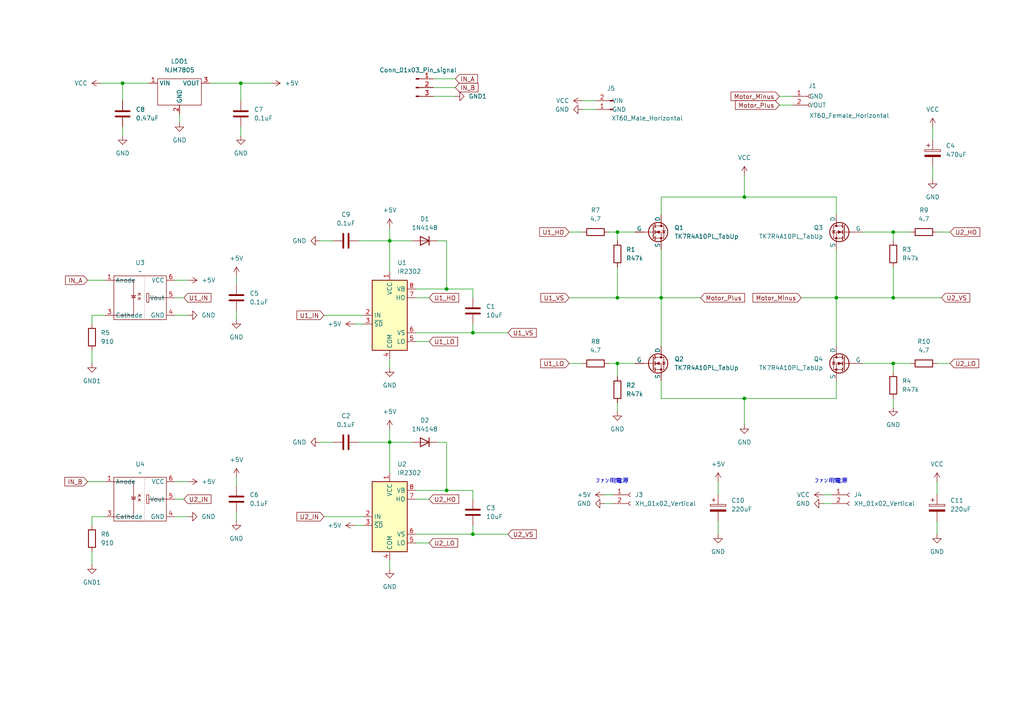
<source format=kicad_sch>
(kicad_sch (version 20231120) (generator "eeschema") (generator_version "8.0")
  (paper "A4")
  (title_block (title "IR2302使用モータードライバ") (date "2024-10-21") (rev "1") (company "明治大学オートメーション研究部") (comment 1 "次田英太") (comment 2 "電気電子生命学科"))
  (lib_symbols
    (symbol "00_mylib:1N4148" (pin_numbers hide) (pin_names hide)
      (property "Reference" "D" (at 0 2.54 0))
      (property "Value" "1N4148" (at 0 -2.54 0))
      (symbol "1N4148_0_1"
        (polyline (pts (xy -1.27 1.27) (xy -1.27 -1.27)) (stroke (width 0.254)))
        (polyline (pts (xy 1.27 0) (xy -1.27 0)))
        (polyline (pts (xy 1.27 1.27) (xy 1.27 -1.27) (xy -1.27 0) (xy 1.27 1.27)) (stroke (width 0.254)))
      )
      (symbol "1N4148_1_1"
        (pin passive line (at -3.81 0 0) (length 2.54) (name "K") (number "1"))
        (pin passive line (at 3.81 0 180) (length 2.54) (name "A") (number "2"))
      )
    )
    (symbol "00_mylib:C2012" (pin_numbers hide) (pin_names (offset 0.254))
      (property "Reference" "C" (at 0.635 2.54 0))
      (property "Value" "C2012" (at 0.635 -2.54 0))
      (symbol "C2012_0_1"
        (polyline (pts (xy -2.032 -0.762) (xy 2.032 -0.762)) (stroke (width 0.508)))
        (polyline (pts (xy -2.032 0.762) (xy 2.032 0.762)) (stroke (width 0.508)))
      )
      (symbol "C2012_1_1"
        (pin passive line (at 0 3.81 270) (length 2.794) (name "~") (number "1"))
        (pin passive line (at 0 -3.81 90) (length 2.794) (name "~") (number "2"))
      )
    )
    (symbol "00_mylib:C_Polarized" (pin_numbers hide) (pin_names (offset 0.254))
      (property "Reference" "C" (at 0.635 2.54 0))
      (property "Value" "C_Polarized" (at 0.635 -2.54 0))
      (symbol "C_Polarized_0_1"
        (rectangle (start -2.286 0.508) (end 2.286 1.016))
        (polyline (pts (xy -1.778 2.286) (xy -0.762 2.286)))
        (polyline (pts (xy -1.27 2.794) (xy -1.27 1.778)))
        (rectangle (start 2.286 -0.508) (end -2.286 -1.016) (fill (type outline)))
      )
      (symbol "C_Polarized_1_1"
        (pin passive line (at 0 3.81 270) (length 2.794) (name "~") (number "1"))
        (pin passive line (at 0 -3.81 90) (length 2.794) (name "~") (number "2"))
      )
    )
    (symbol "00_mylib:Conn_01x03_Pin_signal" (pin_names (offset 1.016) hide)
      (property "Value" "Conn_01x03_Pin_signal" (at 0 -5.08 0))
      (symbol "Conn_01x03_Pin_signal_1_1"
        (polyline (pts (xy 1.27 -2.54) (xy 0.8636 -2.54)) (stroke (width 0.1524)))
        (polyline (pts (xy 1.27 0) (xy 0.8636 0)) (stroke (width 0.1524)))
        (polyline (pts (xy 1.27 2.54) (xy 0.8636 2.54)) (stroke (width 0.1524)))
        (rectangle (start 0.8636 -2.413) (end 0 -2.667) (stroke (width 0.1524)) (fill (type outline)))
        (rectangle (start 0.8636 0.127) (end 0 -0.127) (stroke (width 0.1524)) (fill (type outline)))
        (rectangle (start 0.8636 2.667) (end 0 2.413) (stroke (width 0.1524)) (fill (type outline)))
        (pin passive line (at 5.08 2.54 180) (length 3.81) (name "Pin_1") (number "1"))
        (pin passive line (at 5.08 0 180) (length 3.81) (name "Pin_2") (number "2"))
        (pin passive line (at 5.08 -2.54 180) (length 3.81) (name "Pin_3") (number "3"))
      )
    )
    (symbol "00_mylib:IR2302"
      (property "Reference" "U" (at 1.27 13.335 0))
      (property "Value" "IR2302" (at 1.27 11.43 0))
      (symbol "IR2302_0_1"
        (rectangle (start -5.08 -10.16) (end 5.08 10.16) (stroke (width 0.254)) (fill (type background)))
      )
      (symbol "IR2302_1_1"
        (pin power_in line (at 0 12.7 270) (length 2.54) (name "VCC") (number "1"))
        (pin input line (at -7.62 0 0) (length 2.54) (name "IN") (number "2"))
        (pin input line (at -7.62 -2.54 0) (length 2.54) (name "~{SD}") (number "3"))
        (pin power_in line (at 0 -12.7 90) (length 2.54) (name "COM") (number "4"))
        (pin output line (at 7.62 -7.62 180) (length 2.54) (name "LO") (number "5"))
        (pin passive line (at 7.62 -5.08 180) (length 2.54) (name "VS") (number "6"))
        (pin output line (at 7.62 5.08 180) (length 2.54) (name "HO") (number "7"))
        (pin passive line (at 7.62 7.62 180) (length 2.54) (name "VB") (number "8"))
      )
    )
    (symbol "00_mylib:NJM7805SDL1"
      (property "Reference" "LDO" (at -0.762 5.334 0))
      (property "Value" "NJM7805" (at -0.254 7.112 0))
      (symbol "NJM7805SDL1_0_1"
        (rectangle (start -6.35 3.81) (end 6.35 -3.81))
      )
      (symbol "NJM7805SDL1_1_1"
        (pin power_in line (at -8.89 2.54 0) (length 2.54) (name "VIN") (number "1"))
        (pin input line (at 0 -6.35 90) (length 2.54) (name "GND") (number "2"))
        (pin power_out line (at 8.89 2.54 180) (length 2.54) (name "VOUT") (number "3"))
      )
    )
    (symbol "00_mylib:R1608" (pin_numbers hide) (pin_names (offset 0))
      (property "Reference" "R" (at 2.032 0 90))
      (property "Value" "R1608" (at 0 0 90))
      (symbol "R1608_0_1"
        (rectangle (start -1.016 -2.54) (end 1.016 2.54) (stroke (width 0.254)))
      )
      (symbol "R1608_1_1"
        (pin passive line (at 0 3.81 270) (length 1.27) (name "~") (number "1"))
        (pin passive line (at 0 -3.81 90) (length 1.27) (name "~") (number "2"))
      )
    )
    (symbol "00_mylib:TK7R4A10PL" (pin_numbers hide) (pin_names (offset 0))
      (property "Reference" "Q" (at 5.08 1.27 0))
      (property "Value" "TK7R4A10PL_TabUp" (at 5.08 -1.27 0))
      (symbol "TK7R4A10PL_0_1"
        (polyline (pts (xy 0.254 0) (xy -2.54 0)))
        (polyline (pts (xy 0.254 1.905) (xy 0.254 -1.905)) (stroke (width 0.254)))
        (polyline (pts (xy 0.762 -1.27) (xy 0.762 -2.286)) (stroke (width 0.254)))
        (polyline (pts (xy 0.762 0.508) (xy 0.762 -0.508)) (stroke (width 0.254)))
        (polyline (pts (xy 0.762 2.286) (xy 0.762 1.27)) (stroke (width 0.254)))
        (polyline (pts (xy 2.54 2.54) (xy 2.54 1.778)))
        (polyline (pts (xy 2.54 -2.54) (xy 2.54 0) (xy 0.762 0)))
        (polyline (pts (xy 0.762 -1.778) (xy 3.302 -1.778) (xy 3.302 1.778) (xy 0.762 1.778)))
        (polyline (pts (xy 1.016 0) (xy 2.032 0.381) (xy 2.032 -0.381) (xy 1.016 0)) (fill (type outline)))
        (polyline (pts (xy 2.794 0.508) (xy 2.921 0.381) (xy 3.683 0.381) (xy 3.81 0.254)))
        (polyline (pts (xy 3.302 0.381) (xy 2.921 -0.254) (xy 3.683 -0.254) (xy 3.302 0.381)))
        (circle (center 1.651 0) (radius 2.794) (stroke (width 0.254)))
        (circle (center 2.54 -1.778) (radius 0.254) (fill (type outline)))
        (circle (center 2.54 1.778) (radius 0.254) (fill (type outline)))
      )
      (symbol "TK7R4A10PL_1_1"
        (pin passive line (at 2.54 5.08 270) (length 2.54) (name "D") (number "1"))
        (pin input line (at -5.08 0 0) (length 2.54) (name "G") (number "2"))
        (pin passive line (at 2.54 -5.08 90) (length 2.54) (name "S") (number "3"))
      )
    )
    (symbol "00_mylib:TLP2361"
      (property "Reference" "U" (at 0 0 0))
      (symbol "TLP2361_0_1"
        (rectangle (start -7.62 -1.27) (end 7.62 -13.97))
        (polyline (pts (xy -2.54 -7.62) (xy -1.27 -7.62)))
        (polyline (pts (xy -2.54 -6.985) (xy -1.27 -6.985) (xy -1.905 -7.62) (xy -2.54 -6.985)))
        (polyline (pts (xy -7.62 -2.54) (xy -1.905 -2.54) (xy -1.905 -5.08) (xy -1.905 -12.7) (xy -7.62 -12.7)))
        (polyline (pts (xy 7.62 -7.62) (xy 2.54 -7.62) (xy 2.54 -6.35) (xy 1.905 -6.35) (xy 1.905 -8.89) (xy 2.54 -8.89) (xy 2.54 -7.62)))
      )
      (symbol "TLP2361_1_1"
        (polyline (pts (xy 0 -7.62) (xy 0 -8.255)))
        (polyline (pts (xy 0 -6.35) (xy 0 -6.985)))
        (polyline (pts (xy 1.27 -1.27) (xy 1.27 -13.97)) (stroke (width 0) (type dot)))
        (polyline (pts (xy -0.635 -8.255) (xy 0 -7.62) (xy -0.635 -7.62)))
        (polyline (pts (xy -0.635 -6.985) (xy 0 -6.35) (xy -0.635 -6.35)))
        (pin input line (at -10.16 -2.54 0) (length 2.54) (name "Anode") (number "1"))
        (pin input line (at -10.16 -12.7 0) (length 2.54) (name "Cathode") (number "3"))
        (pin input line (at 10.16 -12.7 180) (length 2.54) (name "GND") (number "4"))
        (pin input line (at 10.16 -7.62 180) (length 2.54) (name "Vout") (number "5"))
        (pin input line (at 10.16 -2.54 180) (length 2.54) (name "VCC") (number "6"))
      )
    )
    (symbol "00_mylib:XH_01x02" (pin_names (offset 1.016) hide)
      (property "Reference" "J" (at 0 2.54 0))
      (property "Value" "XH_01x02_Vertical" (at 0 -5.08 0))
      (symbol "XH_01x02_1_1"
        (arc (start 0 -2.032) (mid -0.5058 -2.54) (end 0 -3.048) (stroke (width 0.1524)))
        (polyline (pts (xy -1.27 -2.54) (xy -0.508 -2.54)) (stroke (width 0.1524)))
        (polyline (pts (xy -1.27 0) (xy -0.508 0)) (stroke (width 0.1524)))
        (arc (start 0 0.508) (mid -0.5058 0) (end 0 -0.508) (stroke (width 0.1524)))
        (pin passive line (at -5.08 0 0) (length 3.81) (name "Pin_1") (number "1"))
        (pin passive line (at -5.08 -2.54 0) (length 3.81) (name "Pin_2") (number "2"))
      )
    )
    (symbol "00_mylib:XT60_Female_Horizontal" (pin_names (offset 1.016))
      (property "Reference" "J" (at 0 2.54 0))
      (property "Value" "XT60_Female_Horizontal" (at 0 -5.08 0))
      (symbol "XT60_Female_Horizontal_1_1"
        (arc (start 0 -2.032) (mid -0.5058 -2.54) (end 0 -3.048) (stroke (width 0.1524)))
        (polyline (pts (xy -1.27 -2.54) (xy -0.508 -2.54)) (stroke (width 0.1524)))
        (polyline (pts (xy -1.27 0) (xy -0.508 0)) (stroke (width 0.1524)))
        (arc (start 0 0.508) (mid -0.5058 0) (end 0 -0.508) (stroke (width 0.1524)))
        (pin passive line (at -5.08 0 0) (length 3.81) (name "GND") (number "1"))
        (pin power_in line (at -5.08 -2.54 0) (length 3.81) (name "VOUT") (number "2"))
      )
    )
    (symbol "00_mylib:XT60_Male_Horizontal" (pin_names (offset 1.016))
      (property "Reference" "J" (at 0 2.54 0))
      (property "Value" "XT60_Male_Horizontal" (at 0 -5.08 0))
      (symbol "XT60_Male_Horizontal_1_1"
        (polyline (pts (xy 1.27 -2.54) (xy 0.8636 -2.54)) (stroke (width 0.1524)))
        (polyline (pts (xy 1.27 0) (xy 0.8636 0)) (stroke (width 0.1524)))
        (rectangle (start 0.8636 -2.413) (end 0 -2.667) (stroke (width 0.1524)) (fill (type outline)))
        (rectangle (start 0.8636 0.127) (end 0 -0.127) (stroke (width 0.1524)) (fill (type outline)))
        (pin passive line (at 5.08 0 180) (length 3.81) (name "GND") (number "1"))
        (pin power_out line (at 5.08 -2.54 180) (length 3.81) (name "VIN") (number "2"))
      )
    )
    (symbol "power:+5V" (power) (pin_numbers hide) (pin_names (offset 0) hide)
      (property "Value" "+5V" (at 0 3.556 0))
      (symbol "+5V_0_1"
        (polyline (pts (xy -0.762 1.27) (xy 0 2.54)))
        (polyline (pts (xy 0 0) (xy 0 2.54)))
        (polyline (pts (xy 0 2.54) (xy 0.762 1.27)))
      )
      (symbol "+5V_1_1"
        (pin power_in line (at 0 0 90) (length 0) (name "~") (number "1"))
      )
    )
    (symbol "power:GND" (power) (pin_numbers hide) (pin_names (offset 0) hide)
      (property "Value" "GND" (at 0 -3.81 0))
      (symbol "GND_0_1"
        (polyline (pts (xy 0 0) (xy 0 -1.27) (xy 1.27 -1.27) (xy 0 -2.54) (xy -1.27 -1.27) (xy 0 -1.27)))
      )
      (symbol "GND_1_1"
        (pin power_in line (at 0 0 270) (length 0) (name "~") (number "1"))
      )
    )
    (symbol "power:GND1" (power) (pin_numbers hide) (pin_names (offset 0) hide)
      (property "Value" "GND1" (at 0 -3.81 0))
      (symbol "GND1_0_1"
        (polyline (pts (xy 0 0) (xy 0 -1.27) (xy 1.27 -1.27) (xy 0 -2.54) (xy -1.27 -1.27) (xy 0 -1.27)))
      )
      (symbol "GND1_1_1"
        (pin power_in line (at 0 0 270) (length 0) (name "~") (number "1"))
      )
    )
    (symbol "power:VCC" (power) (pin_numbers hide) (pin_names (offset 0) hide)
      (property "Value" "VCC" (at 0 3.556 0))
      (symbol "VCC_0_1"
        (polyline (pts (xy -0.762 1.27) (xy 0 2.54)))
        (polyline (pts (xy 0 0) (xy 0 2.54)))
        (polyline (pts (xy 0 2.54) (xy 0.762 1.27)))
      )
      (symbol "VCC_1_1"
        (pin power_in line (at 0 0 90) (length 0) (name "~") (number "1"))
      )
    )
  )
  (junction (at 179.07 86.36))
  (junction (at 113.03 69.85))
  (junction (at 69.85 24.13))
  (junction (at 215.9 57.15))
  (junction (at 191.77 86.36))
  (junction (at 137.16 96.52))
  (junction (at 137.16 154.94))
  (junction (at 259.08 105.41))
  (junction (at 129.54 142.24))
  (junction (at 179.07 67.31))
  (junction (at 129.54 83.82))
  (junction (at 113.03 128.27))
  (junction (at 259.08 67.31))
  (junction (at 215.9 115.57))
  (junction (at 179.07 105.41))
  (junction (at 259.08 86.36))
  (junction (at 35.56 24.13))
  (junction (at 242.57 86.36))
  (wire (pts (xy 120.65 144.78) (xy 124.46 144.78)))
  (wire (pts (xy 60.96 24.13) (xy 69.85 24.13)))
  (wire (pts (xy 137.16 152.4) (xy 137.16 154.94)))
  (wire (pts (xy 137.16 144.78) (xy 137.16 142.24)))
  (wire (pts (xy 68.58 80.01) (xy 68.58 82.55)))
  (wire (pts (xy 271.78 105.41) (xy 275.59 105.41)))
  (wire (pts (xy 113.03 128.27) (xy 119.38 128.27)))
  (wire (pts (xy 191.77 110.49) (xy 191.77 115.57)))
  (wire (pts (xy 69.85 24.13) (xy 69.85 29.21)))
  (wire (pts (xy 50.8 149.86) (xy 54.61 149.86)))
  (wire (pts (xy 50.8 86.36) (xy 53.34 86.36)))
  (wire (pts (xy 113.03 104.14) (xy 113.03 106.68)))
  (wire (pts (xy 250.19 67.31) (xy 259.08 67.31)))
  (wire (pts (xy 137.16 83.82) (xy 129.54 83.82)))
  (wire (pts (xy 125.73 22.86) (xy 132.08 22.86)))
  (wire (pts (xy 25.4 139.7) (xy 30.48 139.7)))
  (wire (pts (xy 242.57 86.36) (xy 242.57 100.33)))
  (wire (pts (xy 259.08 67.31) (xy 259.08 69.85)))
  (wire (pts (xy 129.54 128.27) (xy 129.54 142.24)))
  (wire (pts (xy 271.78 67.31) (xy 275.59 67.31)))
  (wire (pts (xy 26.67 149.86) (xy 26.67 152.4)))
  (wire (pts (xy 191.77 72.39) (xy 191.77 86.36)))
  (wire (pts (xy 26.67 91.44) (xy 26.67 93.98)))
  (wire (pts (xy 137.16 154.94) (xy 147.32 154.94)))
  (wire (pts (xy 270.51 48.26) (xy 270.51 52.07)))
  (wire (pts (xy 175.26 146.05) (xy 177.8 146.05)))
  (wire (pts (xy 29.21 24.13) (xy 35.56 24.13)))
  (wire (pts (xy 137.16 142.24) (xy 129.54 142.24)))
  (wire (pts (xy 176.53 105.41) (xy 179.07 105.41)))
  (wire (pts (xy 179.07 67.31) (xy 184.15 67.31)))
  (wire (pts (xy 208.28 139.7) (xy 208.28 143.51)))
  (wire (pts (xy 125.73 25.4) (xy 132.08 25.4)))
  (wire (pts (xy 191.77 57.15) (xy 215.9 57.15)))
  (wire (pts (xy 113.03 69.85) (xy 113.03 78.74)))
  (wire (pts (xy 270.51 36.83) (xy 270.51 40.64)))
  (wire (pts (xy 179.07 77.47) (xy 179.07 86.36)))
  (wire (pts (xy 165.1 67.31) (xy 168.91 67.31)))
  (wire (pts (xy 92.71 69.85) (xy 96.52 69.85)))
  (wire (pts (xy 215.9 50.8) (xy 215.9 57.15)))
  (wire (pts (xy 25.4 81.28) (xy 30.48 81.28)))
  (wire (pts (xy 238.76 146.05) (xy 241.3 146.05)))
  (wire (pts (xy 50.8 144.78) (xy 53.34 144.78)))
  (wire (pts (xy 242.57 57.15) (xy 242.57 62.23)))
  (wire (pts (xy 125.73 27.94) (xy 132.08 27.94)))
  (wire (pts (xy 238.76 143.51) (xy 241.3 143.51)))
  (wire (pts (xy 129.54 69.85) (xy 129.54 83.82)))
  (wire (pts (xy 137.16 86.36) (xy 137.16 83.82)))
  (wire (pts (xy 68.58 138.43) (xy 68.58 140.97)))
  (wire (pts (xy 168.91 31.75) (xy 172.72 31.75)))
  (wire (pts (xy 68.58 148.59) (xy 68.58 151.13)))
  (wire (pts (xy 137.16 154.94) (xy 120.65 154.94)))
  (wire (pts (xy 168.91 29.21) (xy 172.72 29.21)))
  (wire (pts (xy 127 69.85) (xy 129.54 69.85)))
  (wire (pts (xy 215.9 115.57) (xy 215.9 123.19)))
  (wire (pts (xy 175.26 143.51) (xy 177.8 143.51)))
  (wire (pts (xy 93.98 149.86) (xy 105.41 149.86)))
  (wire (pts (xy 104.14 69.85) (xy 113.03 69.85)))
  (wire (pts (xy 137.16 96.52) (xy 120.65 96.52)))
  (wire (pts (xy 113.03 124.46) (xy 113.03 128.27)))
  (wire (pts (xy 226.06 30.48) (xy 229.87 30.48)))
  (wire (pts (xy 35.56 24.13) (xy 43.18 24.13)))
  (wire (pts (xy 179.07 67.31) (xy 179.07 69.85)))
  (wire (pts (xy 165.1 86.36) (xy 179.07 86.36)))
  (wire (pts (xy 226.06 27.94) (xy 229.87 27.94)))
  (wire (pts (xy 242.57 86.36) (xy 259.08 86.36)))
  (wire (pts (xy 113.03 69.85) (xy 119.38 69.85)))
  (wire (pts (xy 242.57 72.39) (xy 242.57 86.36)))
  (wire (pts (xy 120.65 142.24) (xy 129.54 142.24)))
  (wire (pts (xy 191.77 86.36) (xy 203.2 86.36)))
  (wire (pts (xy 69.85 24.13) (xy 78.74 24.13)))
  (wire (pts (xy 52.07 33.02) (xy 52.07 35.56)))
  (wire (pts (xy 26.67 101.6) (xy 26.67 105.41)))
  (wire (pts (xy 120.65 99.06) (xy 124.46 99.06)))
  (wire (pts (xy 50.8 139.7) (xy 54.61 139.7)))
  (wire (pts (xy 259.08 67.31) (xy 264.16 67.31)))
  (wire (pts (xy 242.57 110.49) (xy 242.57 115.57)))
  (wire (pts (xy 191.77 115.57) (xy 215.9 115.57)))
  (wire (pts (xy 215.9 57.15) (xy 242.57 57.15)))
  (wire (pts (xy 35.56 36.83) (xy 35.56 39.37)))
  (wire (pts (xy 120.65 83.82) (xy 129.54 83.82)))
  (wire (pts (xy 191.77 62.23) (xy 191.77 57.15)))
  (wire (pts (xy 113.03 66.04) (xy 113.03 69.85)))
  (wire (pts (xy 271.78 151.13) (xy 271.78 154.94)))
  (wire (pts (xy 120.65 86.36) (xy 124.46 86.36)))
  (wire (pts (xy 102.87 93.98) (xy 105.41 93.98)))
  (wire (pts (xy 271.78 139.7) (xy 271.78 143.51)))
  (wire (pts (xy 179.07 105.41) (xy 184.15 105.41)))
  (wire (pts (xy 102.87 152.4) (xy 105.41 152.4)))
  (wire (pts (xy 179.07 105.41) (xy 179.07 109.22)))
  (wire (pts (xy 259.08 105.41) (xy 259.08 107.95)))
  (wire (pts (xy 232.41 86.36) (xy 242.57 86.36)))
  (wire (pts (xy 120.65 157.48) (xy 124.46 157.48)))
  (wire (pts (xy 259.08 105.41) (xy 264.16 105.41)))
  (wire (pts (xy 92.71 128.27) (xy 96.52 128.27)))
  (wire (pts (xy 68.58 90.17) (xy 68.58 92.71)))
  (wire (pts (xy 137.16 96.52) (xy 147.32 96.52)))
  (wire (pts (xy 104.14 128.27) (xy 113.03 128.27)))
  (wire (pts (xy 165.1 105.41) (xy 168.91 105.41)))
  (wire (pts (xy 26.67 160.02) (xy 26.67 163.83)))
  (wire (pts (xy 259.08 86.36) (xy 273.05 86.36)))
  (wire (pts (xy 26.67 149.86) (xy 30.48 149.86)))
  (wire (pts (xy 127 128.27) (xy 129.54 128.27)))
  (wire (pts (xy 179.07 86.36) (xy 191.77 86.36)))
  (wire (pts (xy 50.8 91.44) (xy 54.61 91.44)))
  (wire (pts (xy 191.77 86.36) (xy 191.77 100.33)))
  (wire (pts (xy 250.19 105.41) (xy 259.08 105.41)))
  (wire (pts (xy 259.08 115.57) (xy 259.08 118.11)))
  (wire (pts (xy 137.16 93.98) (xy 137.16 96.52)))
  (wire (pts (xy 26.67 91.44) (xy 30.48 91.44)))
  (wire (pts (xy 113.03 162.56) (xy 113.03 165.1)))
  (wire (pts (xy 215.9 115.57) (xy 242.57 115.57)))
  (wire (pts (xy 176.53 67.31) (xy 179.07 67.31)))
  (wire (pts (xy 259.08 77.47) (xy 259.08 86.36)))
  (wire (pts (xy 93.98 91.44) (xy 105.41 91.44)))
  (wire (pts (xy 179.07 116.84) (xy 179.07 119.38)))
  (wire (pts (xy 69.85 36.83) (xy 69.85 39.37)))
  (wire (pts (xy 208.28 151.13) (xy 208.28 154.94)))
  (wire (pts (xy 35.56 24.13) (xy 35.56 29.21)))
  (wire (pts (xy 113.03 128.27) (xy 113.03 137.16)))
  (wire (pts (xy 50.8 81.28) (xy 54.61 81.28)))
  (text "ファン用電源" (at 241.046 139.7 0) (effects (font (size 1.27 1.27))))
  (text "ファン用電源" (at 177.546 139.7 0) (effects (font (size 1.27 1.27))))
  (global_label "U2_IN" (shape input) (at 53.34 144.78 0) (property "Intersheetrefs" "${INTERSHEET_REFS}" (effects (hide yes))))
  (global_label "U2_IN" (shape input) (at 93.98 149.86 180) (property "Intersheetrefs" "${INTERSHEET_REFS}" (effects (hide yes))))
  (global_label "Motor_Plus" (shape input) (at 226.06 30.48 180) (property "Intersheetrefs" "${INTERSHEET_REFS}" (effects (hide yes))))
  (global_label "IN_B" (shape input) (at 25.4 139.7 180) (property "Intersheetrefs" "${INTERSHEET_REFS}" (effects (hide yes))))
  (global_label "U1_IN" (shape input) (at 53.34 86.36 0) (property "Intersheetrefs" "${INTERSHEET_REFS}" (effects (hide yes))))
  (global_label "IN_A" (shape input) (at 132.08 22.86 0) (property "Intersheetrefs" "${INTERSHEET_REFS}" (effects (hide yes))))
  (global_label "Motor_Minus" (shape input) (at 226.06 27.94 180) (property "Intersheetrefs" "${INTERSHEET_REFS}" (effects (hide yes))))
  (global_label "IN_B" (shape input) (at 132.08 25.4 0) (property "Intersheetrefs" "${INTERSHEET_REFS}" (effects (hide yes))))
  (global_label "U2_VS" (shape input) (at 147.32 154.94 0) (property "Intersheetrefs" "${INTERSHEET_REFS}" (effects (hide yes))))
  (global_label "U1_IN" (shape input) (at 93.98 91.44 180) (property "Intersheetrefs" "${INTERSHEET_REFS}" (effects (hide yes))))
  (global_label "U2_VS" (shape input) (at 273.05 86.36 0) (property "Intersheetrefs" "${INTERSHEET_REFS}" (effects (hide yes))))
  (global_label "Motor_Minus" (shape input) (at 232.41 86.36 180) (property "Intersheetrefs" "${INTERSHEET_REFS}" (effects (hide yes))))
  (global_label "Motor_Plus" (shape input) (at 203.2 86.36 0) (property "Intersheetrefs" "${INTERSHEET_REFS}" (effects (hide yes))))
  (global_label "U1_HO" (shape input) (at 165.1 67.31 180) (property "Intersheetrefs" "${INTERSHEET_REFS}" (effects (hide yes))))
  (global_label "U1_LO" (shape input) (at 124.46 99.06 0) (property "Intersheetrefs" "${INTERSHEET_REFS}" (effects (hide yes))))
  (global_label "U2_LO" (shape input) (at 124.46 157.48 0) (property "Intersheetrefs" "${INTERSHEET_REFS}" (effects (hide yes))))
  (global_label "U2_LO" (shape input) (at 275.59 105.41 0) (property "Intersheetrefs" "${INTERSHEET_REFS}" (effects (hide yes))))
  (global_label "U1_HO" (shape input) (at 124.46 86.36 0) (property "Intersheetrefs" "${INTERSHEET_REFS}" (effects (hide yes))))
  (global_label "U2_HO" (shape input) (at 124.46 144.78 0) (property "Intersheetrefs" "${INTERSHEET_REFS}" (effects (hide yes))))
  (global_label "U1_LO" (shape input) (at 165.1 105.41 180) (property "Intersheetrefs" "${INTERSHEET_REFS}" (effects (hide yes))))
  (global_label "U1_VS" (shape input) (at 165.1 86.36 180) (property "Intersheetrefs" "${INTERSHEET_REFS}" (effects (hide yes))))
  (global_label "IN_A" (shape input) (at 25.4 81.28 180) (property "Intersheetrefs" "${INTERSHEET_REFS}" (effects (hide yes))))
  (global_label "U2_HO" (shape input) (at 275.59 67.31 0) (property "Intersheetrefs" "${INTERSHEET_REFS}" (effects (hide yes))))
  (global_label "U1_VS" (shape input) (at 147.32 96.52 0) (property "Intersheetrefs" "${INTERSHEET_REFS}" (effects (hide yes))))
  (symbol (lib_id "power:GND") (at 69.85 39.37 0) (unit 1)
    (property "Reference" "#PWR032" (effects (hide yes)))
    (property "Value" "GND" (at 69.85 44.45 0))
    (property "Description" "Power symbol creates a global label with name \"GND\" , ground" (effects (hide yes)))
  )
  (symbol (lib_id "power:+5V") (at 54.61 139.7 270) (unit 1)
    (property "Reference" "#PWR027" (effects (hide yes)))
    (property "Value" "+5V" (at 58.42 139.6999 90) (effects (justify left)))
    (property "Description" "Power symbol creates a global label with name \"+5V\"" (effects (hide yes)))
  )
  (symbol (lib_id "power:GND") (at 168.91 31.75 270) (unit 1)
    (property "Reference" "#PWR040" (effects (hide yes)))
    (property "Value" "GND" (at 165.1 31.7499 90) (effects (justify right)))
    (property "Description" "Power symbol creates a global label with name \"GND\" , ground" (effects (hide yes)))
  )
  (symbol (lib_id "power:GND") (at 54.61 91.44 90) (unit 1)
    (property "Reference" "#PWR022" (effects (hide yes)))
    (property "Value" "GND" (at 58.42 91.4399 90) (effects (justify right)))
    (property "Description" "Power symbol creates a global label with name \"GND\" , ground" (effects (hide yes)))
  )
  (symbol (lib_id "power:GND") (at 270.51 52.07 0) (unit 1)
    (property "Reference" "#PWR034" (effects (hide yes)))
    (property "Value" "GND" (at 270.51 57.15 0))
    (property "Description" "Power symbol creates a global label with name \"GND\" , ground" (effects (hide yes)))
  )
  (symbol (lib_id "power:+5V") (at 68.58 138.43 0) (unit 1)
    (property "Reference" "#PWR029" (effects (hide yes)))
    (property "Value" "+5V" (at 68.58 133.35 0))
    (property "Description" "Power symbol creates a global label with name \"+5V\"" (effects (hide yes)))
  )
  (symbol (lib_id "power:GND") (at 271.78 154.94 0) (unit 1)
    (property "Reference" "#PWR036" (effects (hide yes)))
    (property "Value" "GND" (at 271.78 160.02 0))
    (property "Description" "Power symbol creates a global label with name \"GND\" , ground" (effects (hide yes)))
  )
  (symbol (lib_id "00_mylib:R1608") (at 267.97 67.31 90) (unit 1)
    (property "Reference" "R9" (at 267.97 60.96 90))
    (property "Value" "4.7" (at 267.97 63.5 90))
    (property "Footprint" "Resistor_SMD:R_0603_1608Metric_Pad0.98x0.95mm_HandSolder" (effects (hide yes)))
    (property "Description" "Resistor" (effects (hide yes)))
  )
  (symbol (lib_id "power:VCC") (at 29.21 24.13 90) (unit 1)
    (property "Reference" "#PWR01" (effects (hide yes)))
    (property "Value" "VCC" (at 25.4 24.1299 90) (effects (justify left)))
    (property "Description" "Power symbol creates a global label with name \"VCC\"" (effects (hide yes)))
  )
  (symbol (lib_id "power:+5V") (at 113.03 124.46 0) (unit 1)
    (property "Reference" "#PWR010" (effects (hide yes)))
    (property "Value" "+5V" (at 113.03 119.38 0))
    (property "Description" "Power symbol creates a global label with name \"+5V\"" (effects (hide yes)))
  )
  (symbol (lib_id "power:VCC") (at 215.9 50.8 0) (unit 1)
    (property "Reference" "#PWR012" (effects (hide yes)))
    (property "Value" "VCC" (at 215.9 45.72 0))
    (property "Description" "Power symbol creates a global label with name \"VCC\"" (effects (hide yes)))
  )
  (symbol (lib_id "00_mylib:NJM7805SDL1") (at 52.07 26.67 0) (unit 1)
    (property "Reference" "LDO1" (at 52.07 17.78 0))
    (property "Value" "NJM7805" (at 52.07 20.32 0))
    (property "Footprint" "Package_TO_SOT_SMD:TO-252-2" (effects (hide yes)))
  )
  (symbol (lib_id "00_mylib:XH_01x02") (at 182.88 143.51 0) (unit 1)
    (property "Reference" "J3" (at 184.15 143.5099 0) (effects (justify left)))
    (property "Value" "XH_01x02_Vertical" (at 184.15 146.0499 0) (effects (justify left)))
    (property "Footprint" "Connector_JST:JST_XH_B2B-XH-A_1x02_P2.50mm_Vertical" (effects (hide yes)))
    (property "Description" "Generic connector, single row, 01x02, script generated" (effects (hide yes)))
  )
  (symbol (lib_id "00_mylib:C2012") (at 137.16 90.17 0) (unit 1)
    (property "Reference" "C1" (at 140.97 88.8999 0) (effects (justify left)))
    (property "Value" "10uF" (at 140.97 91.4399 0) (effects (justify left)))
    (property "Footprint" "Capacitor_SMD:C_0805_2012Metric_Pad1.18x1.45mm_HandSolder" (effects (hide yes)))
    (property "Description" "Unpolarized capacitor" (effects (hide yes)))
  )
  (symbol (lib_id "00_mylib:C2012") (at 69.85 33.02 180) (unit 1)
    (property "Reference" "C7" (at 73.66 31.7499 0) (effects (justify right)))
    (property "Value" "0.1uF" (at 73.66 34.2899 0) (effects (justify right)))
    (property "Footprint" "Capacitor_SMD:C_0805_2012Metric_Pad1.18x1.45mm_HandSolder" (effects (hide yes)))
    (property "Description" "Unpolarized capacitor" (effects (hide yes)))
  )
  (symbol (lib_id "power:GND") (at 68.58 151.13 0) (unit 1)
    (property "Reference" "#PWR030" (effects (hide yes)))
    (property "Value" "GND" (at 68.58 156.21 0))
    (property "Description" "Power symbol creates a global label with name \"GND\" , ground" (effects (hide yes)))
  )
  (symbol (lib_id "power:GND1") (at 132.08 27.94 90) (unit 1)
    (property "Reference" "#PWR016" (effects (hide yes)))
    (property "Value" "GND1" (at 135.89 27.9399 90) (effects (justify right)))
    (property "Description" "Power symbol creates a global label with name \"GND1\" , ground" (effects (hide yes)))
  )
  (symbol (lib_id "00_mylib:C2012") (at 137.16 148.59 0) (unit 1)
    (property "Reference" "C3" (at 140.97 147.3199 0) (effects (justify left)))
    (property "Value" "10uF" (at 140.97 149.8599 0) (effects (justify left)))
    (property "Footprint" "Capacitor_SMD:C_0805_2012Metric_Pad1.18x1.45mm_HandSolder" (effects (hide yes)))
    (property "Description" "Unpolarized capacitor" (effects (hide yes)))
  )
  (symbol (lib_id "power:GND") (at 179.07 119.38 0) (unit 1)
    (property "Reference" "#PWR014" (effects (hide yes)))
    (property "Value" "GND" (at 179.07 124.46 0))
    (property "Description" "Power symbol creates a global label with name \"GND\" , ground" (effects (hide yes)))
  )
  (symbol (lib_id "00_mylib:Conn_01x03_Pin_signal") (at 120.65 25.4 0) (unit 1)
    (property "Reference" "J2" (effects (hide yes)))
    (property "Value" "Conn_01x03_Pin_signal" (at 121.285 20.32 0))
    (property "Footprint" "Connector_JST:JST_XH_B3B-XH-A_1x03_P2.50mm_Vertical" (effects (hide yes)))
    (property "Description" "Generic connector, single row, 01x03, script generated" (effects (hide yes)))
  )
  (symbol (lib_id "00_mylib:1N4148") (at 123.19 128.27 180) (unit 1)
    (property "Reference" "D2" (at 123.19 121.92 0))
    (property "Value" "1N4148" (at 123.19 124.46 0))
    (property "Footprint" "Diode_THT:D_DO-35_SOD27_P7.62mm_Horizontal" (effects (hide yes)))
    (property "Datasheet" "https://assets.nexperia.com/documents/data-sheet/1N4148_1N4448.pdf" (effects (hide yes)))
    (property "Description" "100V 0.15A standard switching diode, DO-35" (effects (hide yes)))
    (property "Sim.Device" "D" (effects (hide yes)))
    (property "Sim.Pins" "1=K 2=A" (effects (hide yes)))
  )
  (symbol (lib_id "power:VCC") (at 271.78 139.7 0) (unit 1)
    (property "Reference" "#PWR035" (effects (hide yes)))
    (property "Value" "VCC" (at 271.78 134.62 0))
    (property "Description" "Power symbol creates a global label with name \"VCC\"" (effects (hide yes)))
  )
  (symbol (lib_id "power:+5V") (at 54.61 81.28 270) (unit 1)
    (property "Reference" "#PWR021" (effects (hide yes)))
    (property "Value" "+5V" (at 58.42 81.2799 90) (effects (justify left)))
    (property "Description" "Power symbol creates a global label with name \"+5V\"" (effects (hide yes)))
  )
  (symbol (lib_id "00_mylib:R1608") (at 179.07 113.03 0) (unit 1)
    (property "Reference" "R2" (at 181.61 111.7599 0) (effects (justify left)))
    (property "Value" "R47k" (at 181.61 114.2999 0) (effects (justify left)))
    (property "Footprint" "Resistor_SMD:R_0603_1608Metric_Pad0.98x0.95mm_HandSolder" (effects (hide yes)))
    (property "Description" "Resistor" (effects (hide yes)))
  )
  (symbol (lib_id "power:+5V") (at 208.28 139.7 0) (unit 1)
    (property "Reference" "#PWR019" (effects (hide yes)))
    (property "Value" "+5V" (at 208.28 134.62 0))
    (property "Description" "Power symbol creates a global label with name \"+5V\"" (effects (hide yes)))
  )
  (symbol (lib_id "00_mylib:R1608") (at 259.08 73.66 0) (unit 1)
    (property "Reference" "R3" (at 261.62 72.3899 0) (effects (justify left)))
    (property "Value" "R47k" (at 261.62 74.9299 0) (effects (justify left)))
    (property "Footprint" "Resistor_SMD:R_0603_1608Metric_Pad0.98x0.95mm_HandSolder" (effects (hide yes)))
    (property "Description" "Resistor" (effects (hide yes)))
  )
  (symbol (lib_id "00_mylib:TK7R4A10PL") (at 189.23 105.41 0) (unit 1)
    (property "Reference" "Q2" (at 195.58 104.1399 0) (effects (justify left)))
    (property "Value" "TK7R4A10PL_TabUp" (at 195.58 106.6799 0) (effects (justify left)))
    (property "Footprint" "Package_TO_SOT_THT:TO-220-3_Horizontal_TabUp" (effects (hide yes)))
    (property "Datasheet" "https://ngspice.sourceforge.io/docs/ngspice-html-manual/manual.xhtml#cha_MOSFETs" (effects (hide yes)))
    (property "Description" "N-MOSFET transistor, drain/source/gate" (effects (hide yes)))
    (property "Sim.Device" "NMOS" (effects (hide yes)))
    (property "Sim.Type" "VDMOS" (effects (hide yes)))
    (property "Sim.Pins" "1=D 2=G 3=S" (effects (hide yes)))
  )
  (symbol (lib_id "00_mylib:R1608") (at 26.67 97.79 180) (unit 1)
    (property "Reference" "R5" (at 29.21 96.5199 0) (effects (justify right)))
    (property "Value" "910" (at 29.21 99.0599 0) (effects (justify right)))
    (property "Footprint" "Resistor_SMD:R_0603_1608Metric_Pad0.98x0.95mm_HandSolder" (effects (hide yes)))
    (property "Description" "Resistor" (effects (hide yes)))
  )
  (symbol (lib_id "power:+5V") (at 102.87 152.4 90) (unit 1)
    (property "Reference" "#PWR09" (effects (hide yes)))
    (property "Value" "+5V" (at 99.06 152.3999 90) (effects (justify left)))
    (property "Description" "Power symbol creates a global label with name \"+5V\"" (effects (hide yes)))
  )
  (symbol (lib_id "00_mylib:XH_01x02") (at 246.38 143.51 0) (unit 1)
    (property "Reference" "J4" (at 247.65 143.5099 0) (effects (justify left)))
    (property "Value" "XH_01x02_Vertical" (at 247.65 146.0499 0) (effects (justify left)))
    (property "Footprint" "Connector_JST:JST_XH_B2B-XH-A_1x02_P2.50mm_Vertical" (effects (hide yes)))
    (property "Description" "Generic connector, single row, 01x02, script generated" (effects (hide yes)))
  )
  (symbol (lib_id "power:VCC") (at 238.76 143.51 90) (unit 1)
    (property "Reference" "#PWR037" (effects (hide yes)))
    (property "Value" "VCC" (at 234.95 143.5099 90) (effects (justify left)))
    (property "Description" "Power symbol creates a global label with name \"VCC\"" (effects (hide yes)))
  )
  (symbol (lib_id "00_mylib:TK7R4A10PL") (at 245.11 105.41 0) (mirror y) (unit 1)
    (property "Reference" "Q4" (at 238.76 104.1399 0) (effects (justify left)))
    (property "Value" "TK7R4A10PL_TabUp" (at 238.76 106.6799 0) (effects (justify left)))
    (property "Footprint" "Package_TO_SOT_THT:TO-220-3_Horizontal_TabUp" (effects (hide yes)))
    (property "Datasheet" "https://ngspice.sourceforge.io/docs/ngspice-html-manual/manual.xhtml#cha_MOSFETs" (effects (hide yes)))
    (property "Description" "N-MOSFET transistor, drain/source/gate" (effects (hide yes)))
    (property "Sim.Device" "NMOS" (effects (hide yes)))
    (property "Sim.Type" "VDMOS" (effects (hide yes)))
    (property "Sim.Pins" "1=D 2=G 3=S" (effects (hide yes)))
  )
  (symbol (lib_id "00_mylib:R1608") (at 259.08 111.76 0) (unit 1)
    (property "Reference" "R4" (at 261.62 110.4899 0) (effects (justify left)))
    (property "Value" "R47k" (at 261.62 113.0299 0) (effects (justify left)))
    (property "Footprint" "Resistor_SMD:R_0603_1608Metric_Pad0.98x0.95mm_HandSolder" (effects (hide yes)))
    (property "Description" "Resistor" (effects (hide yes)))
  )
  (symbol (lib_id "00_mylib:XT60_Female_Horizontal") (at 234.95 27.94 0) (unit 1)
    (property "Reference" "J1" (at 234.442 24.892 0) (effects (justify left)))
    (property "Value" "XT60_Female_Horizontal" (at 234.696 33.528 0) (effects (justify left)))
    (property "Footprint" "Connector_AMASS:AMASS_XT60PW-F_1x02_P7.20mm_Horizontal" (effects (hide yes)))
    (property "Description" "Generic connector, single row, 01x02, script generated" (effects (hide yes)))
  )
  (symbol (lib_id "00_mylib:TK7R4A10PL") (at 245.11 67.31 0) (mirror y) (unit 1)
    (property "Reference" "Q3" (at 238.76 66.0399 0) (effects (justify left)))
    (property "Value" "TK7R4A10PL_TabUp" (at 238.76 68.5799 0) (effects (justify left)))
    (property "Footprint" "Package_TO_SOT_THT:TO-220-3_Horizontal_TabUp" (effects (hide yes)))
    (property "Datasheet" "https://ngspice.sourceforge.io/docs/ngspice-html-manual/manual.xhtml#cha_MOSFETs" (effects (hide yes)))
    (property "Description" "N-MOSFET transistor, drain/source/gate" (effects (hide yes)))
    (property "Sim.Device" "NMOS" (effects (hide yes)))
    (property "Sim.Type" "VDMOS" (effects (hide yes)))
    (property "Sim.Pins" "1=D 2=G 3=S" (effects (hide yes)))
  )
  (symbol (lib_id "00_mylib:R1608") (at 26.67 156.21 0) (unit 1)
    (property "Reference" "R6" (at 29.21 154.9399 0) (effects (justify left)))
    (property "Value" "910" (at 29.21 157.4799 0) (effects (justify left)))
    (property "Footprint" "Resistor_SMD:R_0603_1608Metric_Pad0.98x0.95mm_HandSolder" (effects (hide yes)))
    (property "Description" "Resistor" (effects (hide yes)))
  )
  (symbol (lib_id "power:GND") (at 92.71 128.27 270) (unit 1)
    (property "Reference" "#PWR08" (effects (hide yes)))
    (property "Value" "GND" (at 88.9 128.2699 90) (effects (justify right)))
    (property "Description" "Power symbol creates a global label with name \"GND\" , ground" (effects (hide yes)))
  )
  (symbol (lib_id "power:GND") (at 92.71 69.85 270) (unit 1)
    (property "Reference" "#PWR05" (effects (hide yes)))
    (property "Value" "GND" (at 88.9 69.8499 90) (effects (justify right)))
    (property "Description" "Power symbol creates a global label with name \"GND\" , ground" (effects (hide yes)))
  )
  (symbol (lib_id "power:+5V") (at 175.26 143.51 90) (unit 1)
    (property "Reference" "#PWR017" (effects (hide yes)))
    (property "Value" "+5V" (at 171.45 143.5099 90) (effects (justify left)))
    (property "Description" "Power symbol creates a global label with name \"+5V\"" (effects (hide yes)))
  )
  (symbol (lib_id "power:GND") (at 175.26 146.05 270) (unit 1)
    (property "Reference" "#PWR018" (effects (hide yes)))
    (property "Value" "GND" (at 171.45 146.0499 90) (effects (justify right)))
    (property "Description" "Power symbol creates a global label with name \"GND\" , ground" (effects (hide yes)))
  )
  (symbol (lib_id "00_mylib:C_Polarized") (at 270.51 44.45 0) (unit 1)
    (property "Reference" "C4" (at 274.32 42.2909 0) (effects (justify left)))
    (property "Value" "470uF" (at 274.32 44.8309 0) (effects (justify left)))
    (property "Footprint" "Capacitor_THT:CP_Radial_D10.0mm_P5.00mm" (effects (hide yes)))
    (property "Datasheet" "35ZLH470MEFC10X16" (effects (hide yes)))
    (property "Description" "Polarized capacitor" (effects (hide yes)))
  )
  (symbol (lib_id "00_mylib:C2012") (at 100.33 69.85 90) (unit 1)
    (property "Reference" "C9" (at 100.33 62.23 90))
    (property "Value" "0.1uF" (at 100.33 64.77 90))
    (property "Footprint" "Capacitor_SMD:C_0805_2012Metric_Pad1.18x1.45mm_HandSolder" (effects (hide yes)))
    (property "Description" "Unpolarized capacitor" (effects (hide yes)))
  )
  (symbol (lib_id "00_mylib:XT60_Male_Horizontal") (at 177.8 31.75 180) (unit 1)
    (property "Reference" "J5" (at 176.022 25.654 0) (effects (justify right)))
    (property "Value" "XT60_Male_Horizontal" (at 177.292 34.29 0) (effects (justify right)))
    (property "Footprint" "Connector_AMASS:AMASS_XT60PW-M_1x02_P7.20mm_Horizontal" (effects (hide yes)))
    (property "Description" "Generic connector, single row, 01x02, script generated" (effects (hide yes)))
  )
  (symbol (lib_id "00_mylib:TLP2361") (at 40.64 137.16 0) (unit 1)
    (property "Reference" "U4" (at 40.64 134.62 0))
    (property "Value" "~" (at 40.64 137.16 0))
    (property "Footprint" "Package_SO:MFSOP6-5_4.4x3.6mm_P1.27mm" (effects (hide yes)))
  )
  (symbol (lib_id "power:+5V") (at 113.03 66.04 0) (unit 1)
    (property "Reference" "#PWR04" (effects (hide yes)))
    (property "Value" "+5V" (at 113.03 60.96 0))
    (property "Description" "Power symbol creates a global label with name \"+5V\"" (effects (hide yes)))
  )
  (symbol (lib_id "power:+5V") (at 78.74 24.13 270) (unit 1)
    (property "Reference" "#PWR03" (effects (hide yes)))
    (property "Value" "+5V" (at 82.55 24.1299 90) (effects (justify left)))
    (property "Description" "Power symbol creates a global label with name \"+5V\"" (effects (hide yes)))
  )
  (symbol (lib_id "00_mylib:C_Polarized") (at 208.28 147.32 0) (unit 1)
    (property "Reference" "C10" (at 212.09 145.1609 0) (effects (justify left)))
    (property "Value" "220uF" (at 212.09 147.7009 0) (effects (justify left)))
    (property "Footprint" "Capacitor_THT:CP_Radial_D8.0mm_P3.50mm" (effects (hide yes)))
    (property "Datasheet" "35ZLH220MEFC8X11.5" (effects (hide yes)))
    (property "Description" "Polarized capacitor" (effects (hide yes)))
  )
  (symbol (lib_id "power:GND") (at 35.56 39.37 0) (unit 1)
    (property "Reference" "#PWR031" (effects (hide yes)))
    (property "Value" "GND" (at 35.56 44.45 0))
    (property "Description" "Power symbol creates a global label with name \"GND\" , ground" (effects (hide yes)))
  )
  (symbol (lib_id "00_mylib:TK7R4A10PL") (at 189.23 67.31 0) (unit 1)
    (property "Reference" "Q1" (at 195.58 66.0399 0) (effects (justify left)))
    (property "Value" "TK7R4A10PL_TabUp" (at 195.58 68.5799 0) (effects (justify left)))
    (property "Footprint" "Package_TO_SOT_THT:TO-220-3_Horizontal_TabUp" (effects (hide yes)))
    (property "Datasheet" "https://ngspice.sourceforge.io/docs/ngspice-html-manual/manual.xhtml#cha_MOSFETs" (effects (hide yes)))
    (property "Description" "N-MOSFET transistor, drain/source/gate" (effects (hide yes)))
    (property "Sim.Device" "NMOS" (effects (hide yes)))
    (property "Sim.Type" "VDMOS" (effects (hide yes)))
    (property "Sim.Pins" "1=D 2=G 3=S" (effects (hide yes)))
  )
  (symbol (lib_id "00_mylib:C_Polarized") (at 271.78 147.32 0) (unit 1)
    (property "Reference" "C11" (at 275.59 145.1609 0) (effects (justify left)))
    (property "Value" "220uF" (at 275.59 147.7009 0) (effects (justify left)))
    (property "Footprint" "Capacitor_THT:CP_Radial_D8.0mm_P3.50mm" (effects (hide yes)))
    (property "Datasheet" "35ZLH220MEFC8X11.5" (effects (hide yes)))
    (property "Description" "Polarized capacitor" (effects (hide yes)))
  )
  (symbol (lib_id "power:GND") (at 259.08 118.11 0) (unit 1)
    (property "Reference" "#PWR015" (effects (hide yes)))
    (property "Value" "GND" (at 259.08 123.19 0))
    (property "Description" "Power symbol creates a global label with name \"GND\" , ground" (effects (hide yes)))
  )
  (symbol (lib_id "power:GND") (at 54.61 149.86 90) (unit 1)
    (property "Reference" "#PWR028" (effects (hide yes)))
    (property "Value" "GND" (at 58.42 149.8599 90) (effects (justify right)))
    (property "Description" "Power symbol creates a global label with name \"GND\" , ground" (effects (hide yes)))
  )
  (symbol (lib_id "power:GND1") (at 26.67 163.83 0) (unit 1)
    (property "Reference" "#PWR026" (effects (hide yes)))
    (property "Value" "GND1" (at 26.67 168.91 0))
    (property "Description" "Power symbol creates a global label with name \"GND1\" , ground" (effects (hide yes)))
  )
  (symbol (lib_id "power:+5V") (at 68.58 80.01 0) (unit 1)
    (property "Reference" "#PWR023" (effects (hide yes)))
    (property "Value" "+5V" (at 68.58 74.93 0))
    (property "Description" "Power symbol creates a global label with name \"+5V\"" (effects (hide yes)))
  )
  (symbol (lib_id "00_mylib:R1608") (at 267.97 105.41 90) (unit 1)
    (property "Reference" "R10" (at 267.97 99.06 90))
    (property "Value" "4.7" (at 267.97 101.6 90))
    (property "Footprint" "Resistor_SMD:R_0603_1608Metric_Pad0.98x0.95mm_HandSolder" (effects (hide yes)))
    (property "Description" "Resistor" (effects (hide yes)))
  )
  (symbol (lib_id "00_mylib:R1608") (at 179.07 73.66 0) (unit 1)
    (property "Reference" "R1" (at 181.61 72.3899 0) (effects (justify left)))
    (property "Value" "R47k" (at 181.61 74.9299 0) (effects (justify left)))
    (property "Footprint" "Resistor_SMD:R_0603_1608Metric_Pad0.98x0.95mm_HandSolder" (effects (hide yes)))
    (property "Description" "Resistor" (effects (hide yes)))
  )
  (symbol (lib_id "power:GND") (at 215.9 123.19 0) (unit 1)
    (property "Reference" "#PWR013" (effects (hide yes)))
    (property "Value" "GND" (at 215.9 128.27 0))
    (property "Description" "Power symbol creates a global label with name \"GND\" , ground" (effects (hide yes)))
  )
  (symbol (lib_id "power:GND1") (at 26.67 105.41 0) (unit 1)
    (property "Reference" "#PWR025" (effects (hide yes)))
    (property "Value" "GND1" (at 26.67 110.49 0))
    (property "Description" "Power symbol creates a global label with name \"GND1\" , ground" (effects (hide yes)))
  )
  (symbol (lib_id "00_mylib:C2012") (at 68.58 86.36 180) (unit 1)
    (property "Reference" "C5" (at 72.39 85.0899 0) (effects (justify right)))
    (property "Value" "0.1uF" (at 72.39 87.6299 0) (effects (justify right)))
    (property "Footprint" "Capacitor_SMD:C_0805_2012Metric_Pad1.18x1.45mm_HandSolder" (effects (hide yes)))
    (property "Description" "Unpolarized capacitor" (effects (hide yes)))
  )
  (symbol (lib_id "power:GND") (at 238.76 146.05 270) (unit 1)
    (property "Reference" "#PWR038" (effects (hide yes)))
    (property "Value" "GND" (at 234.95 146.0499 90) (effects (justify right)))
    (property "Description" "Power symbol creates a global label with name \"GND\" , ground" (effects (hide yes)))
  )
  (symbol (lib_id "power:GND") (at 68.58 92.71 0) (unit 1)
    (property "Reference" "#PWR024" (effects (hide yes)))
    (property "Value" "GND" (at 68.58 97.79 0))
    (property "Description" "Power symbol creates a global label with name \"GND\" , ground" (effects (hide yes)))
  )
  (symbol (lib_id "00_mylib:1N4148") (at 123.19 69.85 180) (unit 1)
    (property "Reference" "D1" (at 123.19 63.5 0))
    (property "Value" "1N4148" (at 123.19 66.04 0))
    (property "Footprint" "Diode_THT:D_DO-35_SOD27_P7.62mm_Horizontal" (effects (hide yes)))
    (property "Datasheet" "https://assets.nexperia.com/documents/data-sheet/1N4148_1N4448.pdf" (effects (hide yes)))
    (property "Description" "100V 0.15A standard switching diode, DO-35" (effects (hide yes)))
    (property "Sim.Device" "D" (effects (hide yes)))
    (property "Sim.Pins" "1=K 2=A" (effects (hide yes)))
  )
  (symbol (lib_id "00_mylib:IR2302") (at 113.03 149.86 0) (unit 1)
    (property "Reference" "U2" (at 115.2241 134.62 0) (effects (justify left)))
    (property "Value" "IR2302" (at 115.2241 137.16 0) (effects (justify left)))
    (property "Footprint" "Package_SO:SOP-8_3.9x4.9mm_P1.27mm" (effects (hide yes)))
    (property "Datasheet" "https://www.infineon.com/dgdl/ir2302.pdf?fileId=5546d462533600a4015355c988b216de" (effects (hide yes)))
    (property "Description" "Half-Bridge Driver, 600V, 200/350mA, PDIP-8/SOIC-8" (effects (hide yes)))
  )
  (symbol (lib_id "power:+5V") (at 102.87 93.98 90) (unit 1)
    (property "Reference" "#PWR06" (effects (hide yes)))
    (property "Value" "+5V" (at 99.06 93.9799 90) (effects (justify left)))
    (property "Description" "Power symbol creates a global label with name \"+5V\"" (effects (hide yes)))
  )
  (symbol (lib_id "power:GND") (at 113.03 106.68 0) (unit 1)
    (property "Reference" "#PWR07" (effects (hide yes)))
    (property "Value" "GND" (at 113.03 111.76 0))
    (property "Description" "Power symbol creates a global label with name \"GND\" , ground" (effects (hide yes)))
  )
  (symbol (lib_id "power:VCC") (at 270.51 36.83 0) (unit 1)
    (property "Reference" "#PWR033" (effects (hide yes)))
    (property "Value" "VCC" (at 270.51 31.75 0))
    (property "Description" "Power symbol creates a global label with name \"VCC\"" (effects (hide yes)))
  )
  (symbol (lib_id "00_mylib:C2012") (at 68.58 144.78 180) (unit 1)
    (property "Reference" "C6" (at 72.39 143.5099 0) (effects (justify right)))
    (property "Value" "0.1uF" (at 72.39 146.0499 0) (effects (justify right)))
    (property "Footprint" "Capacitor_SMD:C_0805_2012Metric_Pad1.18x1.45mm_HandSolder" (effects (hide yes)))
    (property "Description" "Unpolarized capacitor" (effects (hide yes)))
  )
  (symbol (lib_id "power:GND") (at 208.28 154.94 0) (unit 1)
    (property "Reference" "#PWR020" (effects (hide yes)))
    (property "Value" "GND" (at 208.28 160.02 0))
    (property "Description" "Power symbol creates a global label with name \"GND\" , ground" (effects (hide yes)))
  )
  (symbol (lib_id "00_mylib:TLP2361") (at 40.64 78.74 0) (unit 1)
    (property "Reference" "U3" (at 40.64 76.2 0))
    (property "Value" "~" (at 40.64 78.74 0))
    (property "Footprint" "Package_SO:MFSOP6-5_4.4x3.6mm_P1.27mm" (effects (hide yes)))
  )
  (symbol (lib_id "00_mylib:IR2302") (at 113.03 91.44 0) (unit 1)
    (property "Reference" "U1" (at 115.2241 76.2 0) (effects (justify left)))
    (property "Value" "IR2302" (at 115.2241 78.74 0) (effects (justify left)))
    (property "Footprint" "Package_SO:SOP-8_3.9x4.9mm_P1.27mm" (effects (hide yes)))
    (property "Datasheet" "https://www.infineon.com/dgdl/ir2302.pdf?fileId=5546d462533600a4015355c988b216de" (effects (hide yes)))
    (property "Description" "Half-Bridge Driver, 600V, 200/350mA, PDIP-8/SOIC-8" (effects (hide yes)))
  )
  (symbol (lib_id "power:GND") (at 113.03 165.1 0) (unit 1)
    (property "Reference" "#PWR011" (effects (hide yes)))
    (property "Value" "GND" (at 113.03 170.18 0))
    (property "Description" "Power symbol creates a global label with name \"GND\" , ground" (effects (hide yes)))
  )
  (symbol (lib_id "power:GND") (at 52.07 35.56 0) (unit 1)
    (property "Reference" "#PWR02" (effects (hide yes)))
    (property "Value" "GND" (at 52.07 40.64 0))
    (property "Description" "Power symbol creates a global label with name \"GND\" , ground" (effects (hide yes)))
  )
  (symbol (lib_id "power:VCC") (at 168.91 29.21 90) (unit 1)
    (property "Reference" "#PWR039" (effects (hide yes)))
    (property "Value" "VCC" (at 165.1 29.2099 90) (effects (justify left)))
    (property "Description" "Power symbol creates a global label with name \"VCC\"" (effects (hide yes)))
  )
  (symbol (lib_id "00_mylib:R1608") (at 172.72 67.31 90) (unit 1)
    (property "Reference" "R7" (at 172.72 60.96 90))
    (property "Value" "4.7" (at 172.72 63.5 90))
    (property "Footprint" "Resistor_SMD:R_0603_1608Metric_Pad0.98x0.95mm_HandSolder" (effects (hide yes)))
    (property "Description" "Resistor" (effects (hide yes)))
  )
  (symbol (lib_id "00_mylib:C2012") (at 100.33 128.27 90) (unit 1)
    (property "Reference" "C2" (at 100.33 120.65 90))
    (property "Value" "0.1uF" (at 100.33 123.19 90))
    (property "Footprint" "Capacitor_SMD:C_0805_2012Metric_Pad1.18x1.45mm_HandSolder" (effects (hide yes)))
    (property "Description" "Unpolarized capacitor" (effects (hide yes)))
  )
  (symbol (lib_id "00_mylib:C2012") (at 35.56 33.02 0) (unit 1)
    (property "Reference" "C8" (at 39.37 31.7499 0) (effects (justify left)))
    (property "Value" "0.47uF" (at 39.37 34.2899 0) (effects (justify left)))
    (property "Footprint" "Capacitor_SMD:C_0805_2012Metric_Pad1.18x1.45mm_HandSolder" (effects (hide yes)))
    (property "Description" "Unpolarized capacitor" (effects (hide yes)))
  )
  (symbol (lib_id "00_mylib:R1608") (at 172.72 105.41 90) (unit 1)
    (property "Reference" "R8" (at 172.72 99.06 90))
    (property "Value" "4.7" (at 172.72 101.6 90))
    (property "Footprint" "Resistor_SMD:R_0603_1608Metric_Pad0.98x0.95mm_HandSolder" (effects (hide yes)))
    (property "Description" "Resistor" (effects (hide yes)))
  )
)
</source>
